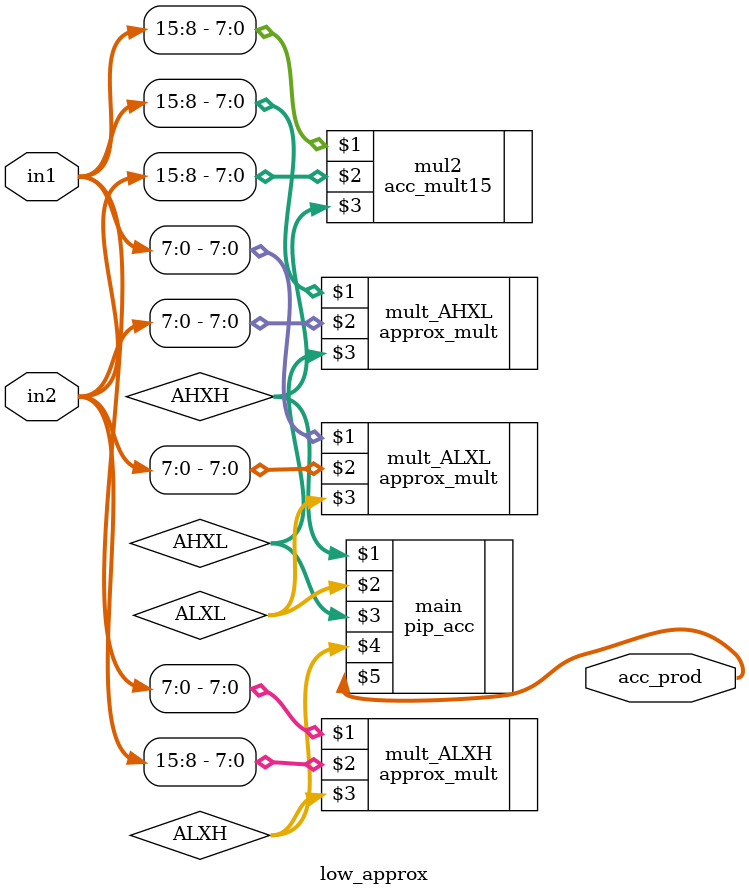
<source format=sv>
`include"adder_21.v"
`include"multiplier_4b.sv"
`include"aprox_mult_8b.v"
`include"accurate_mult.sv"
`include"pip_acc.sv"


module accurate_mode(input [15:0]in1,in2,output [31:0]acc_prod);
	wire [15:0]ALXL,AHXH,AHXL,ALXH;
	acc_mult15 mul1(in1[7:0],in2[7:0],ALXL);
	acc_mult15 mul2(in1[15:8],in2[15:8],AHXH);
	acc_mult15 mul3(in1[15:8],in2[7:0],AHXL);
	acc_mult15 mul4(in1[7:0],in2[15:8],ALXH);
	pip_acc main(AHXH,ALXL,AHXL,ALXH,acc_prod);

endmodule

// VERY APPROXIMATE MULTIPLIER
module vhigh_approx(input [15:0]in1,in2,output [31:0]acc_prod);
	wire [15:0]ALXL,AHXH,AHXL,ALXH;
	approx_mult mult_ALXL(in1[7:0], in2[7:0], ALXL);
 // acc_mult15 mul1(in1[7:0],in2[7:0],ALXL);
	acc_mult15 mul2(in1[15:8],in2[15:8],AHXH);
	acc_mult15 mul3(in1[15:8],in2[7:0],AHXL);
	acc_mult15 mul4(in1[7:0],in2[15:8],ALXH);
	pip_acc main(AHXH,ALXL,AHXL,ALXH,acc_prod);

endmodule

module high_approx(input [15:0]in1,in2,output [31:0]acc_prod);
	wire [15:0]ALXL,AHXH,AHXL,ALXH;
	approx_mult mult_ALXL(in1[7:0], in2[7:0], ALXL);
 // acc_mult15 mul1(in1[7:0],in2[7:0],ALXL);
	acc_mult15 mul2(in1[15:8],in2[15:8],AHXH);
	approx_mult mult_AHXL(in1[15:8], in2[7:0], AHXL);
	//acc_mult15 mul3(in1[15:8],in2[7:0],AHXL);
	acc_mult15 mul4(in1[7:0],in2[15:8],ALXH);
	pip_acc main(AHXH,ALXL,AHXL,ALXH,acc_prod);

endmodule

module low_approx(input [15:0]in1,in2,output [31:0]acc_prod);
	wire [15:0]ALXL,AHXH,AHXL,ALXH;
	approx_mult mult_ALXL(in1[7:0], in2[7:0], ALXL);
	approx_mult mult_AHXL(in1[15:8], in2[7:0], AHXL);
	approx_mult mult_ALXH(in1[7:0], in2[15:8], ALXH); 

	acc_mult15 mul2(in1[15:8],in2[15:8],AHXH);
	pip_acc main(AHXH,ALXL,AHXL,ALXH,acc_prod);

endmodule


</source>
